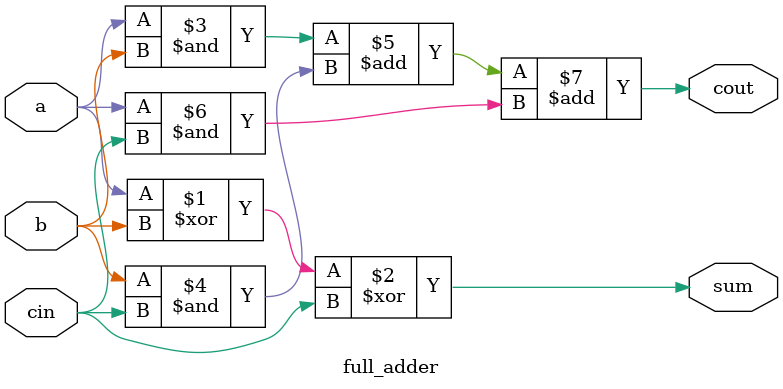
<source format=v>
`timescale 1ns / 1ps


module full_adder(
    input a,b,cin,
    output sum,cout
    );
    assign sum = a^b^cin;
    assign cout = (a&b) + (b&cin) + (a&cin);
endmodule

</source>
